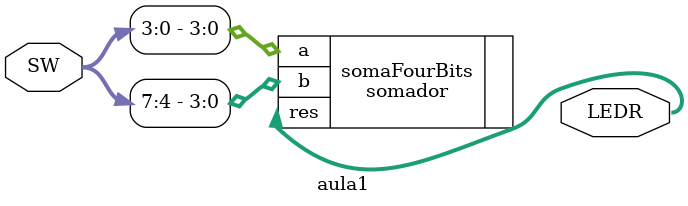
<source format=v>
module aula1 (input [7:0] SW, output[3:0] LEDR);
	somador somaFourBits(.a(SW[3:0]),
								.b(SW[7:4]),
								.res(LEDR));
endmodule
</source>
